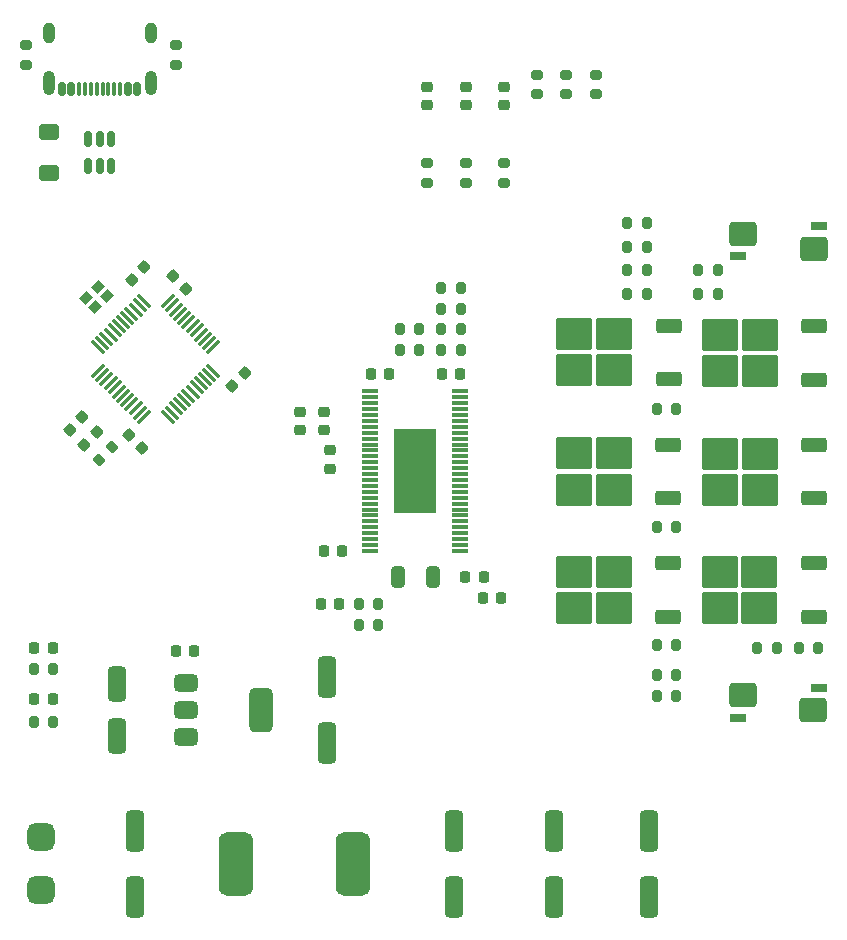
<source format=gtp>
%TF.GenerationSoftware,KiCad,Pcbnew,8.0.4-1.fc40*%
%TF.CreationDate,2024-07-29T21:14:52+02:00*%
%TF.ProjectId,TractionHub,54726163-7469-46f6-9e48-75622e6b6963,rev?*%
%TF.SameCoordinates,Original*%
%TF.FileFunction,Paste,Top*%
%TF.FilePolarity,Positive*%
%FSLAX46Y46*%
G04 Gerber Fmt 4.6, Leading zero omitted, Abs format (unit mm)*
G04 Created by KiCad (PCBNEW 8.0.4-1.fc40) date 2024-07-29 21:14:52*
%MOMM*%
%LPD*%
G01*
G04 APERTURE LIST*
G04 Aperture macros list*
%AMRoundRect*
0 Rectangle with rounded corners*
0 $1 Rounding radius*
0 $2 $3 $4 $5 $6 $7 $8 $9 X,Y pos of 4 corners*
0 Add a 4 corners polygon primitive as box body*
4,1,4,$2,$3,$4,$5,$6,$7,$8,$9,$2,$3,0*
0 Add four circle primitives for the rounded corners*
1,1,$1+$1,$2,$3*
1,1,$1+$1,$4,$5*
1,1,$1+$1,$6,$7*
1,1,$1+$1,$8,$9*
0 Add four rect primitives between the rounded corners*
20,1,$1+$1,$2,$3,$4,$5,0*
20,1,$1+$1,$4,$5,$6,$7,0*
20,1,$1+$1,$6,$7,$8,$9,0*
20,1,$1+$1,$8,$9,$2,$3,0*%
%AMRotRect*
0 Rectangle, with rotation*
0 The origin of the aperture is its center*
0 $1 length*
0 $2 width*
0 $3 Rotation angle, in degrees counterclockwise*
0 Add horizontal line*
21,1,$1,$2,0,0,$3*%
G04 Aperture macros list end*
%ADD10RotRect,0.900000X0.800000X45.000000*%
%ADD11RoundRect,0.075000X-0.521491X0.415425X0.415425X-0.521491X0.521491X-0.415425X-0.415425X0.521491X0*%
%ADD12RoundRect,0.075000X-0.521491X-0.415425X-0.415425X-0.521491X0.521491X0.415425X0.415425X0.521491X0*%
%ADD13RoundRect,0.400000X-0.400000X1.100000X-0.400000X-1.100000X0.400000X-1.100000X0.400000X1.100000X0*%
%ADD14RoundRect,0.250000X0.850000X0.350000X-0.850000X0.350000X-0.850000X-0.350000X0.850000X-0.350000X0*%
%ADD15RoundRect,0.250000X1.275000X1.125000X-1.275000X1.125000X-1.275000X-1.125000X1.275000X-1.125000X0*%
%ADD16R,1.475000X0.300000*%
%ADD17R,3.610000X7.110000*%
%ADD18RoundRect,0.225000X0.017678X-0.335876X0.335876X-0.017678X-0.017678X0.335876X-0.335876X0.017678X0*%
%ADD19RoundRect,0.200000X0.275000X-0.200000X0.275000X0.200000X-0.275000X0.200000X-0.275000X-0.200000X0*%
%ADD20RoundRect,0.400000X0.400000X-1.350000X0.400000X1.350000X-0.400000X1.350000X-0.400000X-1.350000X0*%
%ADD21RoundRect,0.225000X-0.017678X0.335876X-0.335876X0.017678X0.017678X-0.335876X0.335876X-0.017678X0*%
%ADD22RoundRect,0.200000X-0.200000X-0.275000X0.200000X-0.275000X0.200000X0.275000X-0.200000X0.275000X0*%
%ADD23RoundRect,0.225000X-0.225000X-0.250000X0.225000X-0.250000X0.225000X0.250000X-0.225000X0.250000X0*%
%ADD24RoundRect,0.725000X-0.725000X-1.975000X0.725000X-1.975000X0.725000X1.975000X-0.725000X1.975000X0*%
%ADD25RoundRect,0.200000X-0.275000X0.200000X-0.275000X-0.200000X0.275000X-0.200000X0.275000X0.200000X0*%
%ADD26RoundRect,0.218750X0.218750X0.256250X-0.218750X0.256250X-0.218750X-0.256250X0.218750X-0.256250X0*%
%ADD27RoundRect,0.225000X0.250000X-0.225000X0.250000X0.225000X-0.250000X0.225000X-0.250000X-0.225000X0*%
%ADD28RoundRect,0.250000X-0.325000X-0.650000X0.325000X-0.650000X0.325000X0.650000X-0.325000X0.650000X0*%
%ADD29RoundRect,0.243600X-0.901400X-0.771400X0.901400X-0.771400X0.901400X0.771400X-0.901400X0.771400X0*%
%ADD30RoundRect,0.091200X-0.608800X-0.288800X0.608800X-0.288800X0.608800X0.288800X-0.608800X0.288800X0*%
%ADD31RoundRect,0.190000X-0.510000X-0.190000X0.510000X-0.190000X0.510000X0.190000X-0.510000X0.190000X0*%
%ADD32RoundRect,0.225000X0.225000X0.250000X-0.225000X0.250000X-0.225000X-0.250000X0.225000X-0.250000X0*%
%ADD33RoundRect,0.225000X-0.335876X-0.017678X-0.017678X-0.335876X0.335876X0.017678X0.017678X0.335876X0*%
%ADD34RoundRect,0.200000X0.200000X0.275000X-0.200000X0.275000X-0.200000X-0.275000X0.200000X-0.275000X0*%
%ADD35RoundRect,0.575000X0.575000X-0.575000X0.575000X0.575000X-0.575000X0.575000X-0.575000X-0.575000X0*%
%ADD36RoundRect,0.218750X-0.218750X-0.256250X0.218750X-0.256250X0.218750X0.256250X-0.218750X0.256250X0*%
%ADD37RoundRect,0.200000X-0.053033X0.335876X-0.335876X0.053033X0.053033X-0.335876X0.335876X-0.053033X0*%
%ADD38RoundRect,0.375000X-0.625000X-0.375000X0.625000X-0.375000X0.625000X0.375000X-0.625000X0.375000X0*%
%ADD39RoundRect,0.500000X-0.500000X-1.400000X0.500000X-1.400000X0.500000X1.400000X-0.500000X1.400000X0*%
%ADD40RoundRect,0.150000X0.150000X0.425000X-0.150000X0.425000X-0.150000X-0.425000X0.150000X-0.425000X0*%
%ADD41RoundRect,0.075000X0.075000X0.500000X-0.075000X0.500000X-0.075000X-0.500000X0.075000X-0.500000X0*%
%ADD42O,1.000000X2.100000*%
%ADD43O,1.000000X1.800000*%
%ADD44RoundRect,0.150000X0.150000X-0.512500X0.150000X0.512500X-0.150000X0.512500X-0.150000X-0.512500X0*%
%ADD45RoundRect,0.400000X-0.400000X1.350000X-0.400000X-1.350000X0.400000X-1.350000X0.400000X1.350000X0*%
%ADD46RoundRect,0.225000X0.335876X0.017678X0.017678X0.335876X-0.335876X-0.017678X-0.017678X-0.335876X0*%
%ADD47RoundRect,0.250000X0.600000X-0.400000X0.600000X0.400000X-0.600000X0.400000X-0.600000X-0.400000X0*%
G04 APERTURE END LIST*
D10*
X149143934Y-82883883D03*
X150133883Y-81893934D03*
X149356066Y-81116117D03*
X148366117Y-82106066D03*
D11*
X153251212Y-82362124D03*
X152897658Y-82715678D03*
X152544105Y-83069231D03*
X152190551Y-83422785D03*
X151836998Y-83776338D03*
X151483445Y-84129891D03*
X151129891Y-84483445D03*
X150776338Y-84836998D03*
X150422785Y-85190551D03*
X150069231Y-85544105D03*
X149715678Y-85897658D03*
X149362124Y-86251212D03*
D12*
X149362124Y-88248788D03*
X149715678Y-88602342D03*
X150069231Y-88955895D03*
X150422785Y-89309449D03*
X150776338Y-89663002D03*
X151129891Y-90016555D03*
X151483445Y-90370109D03*
X151836998Y-90723662D03*
X152190551Y-91077215D03*
X152544105Y-91430769D03*
X152897658Y-91784322D03*
X153251212Y-92137876D03*
D11*
X155248788Y-92137876D03*
X155602342Y-91784322D03*
X155955895Y-91430769D03*
X156309449Y-91077215D03*
X156663002Y-90723662D03*
X157016555Y-90370109D03*
X157370109Y-90016555D03*
X157723662Y-89663002D03*
X158077215Y-89309449D03*
X158430769Y-88955895D03*
X158784322Y-88602342D03*
X159137876Y-88248788D03*
D12*
X159137876Y-86251212D03*
X158784322Y-85897658D03*
X158430769Y-85544105D03*
X158077215Y-85190551D03*
X157723662Y-84836998D03*
X157370109Y-84483445D03*
X157016555Y-84129891D03*
X156663002Y-83776338D03*
X156309449Y-83422785D03*
X155955895Y-83069231D03*
X155602342Y-82715678D03*
X155248788Y-82362124D03*
D13*
X151000000Y-114800000D03*
X151000000Y-119200000D03*
D14*
X197667835Y-88979565D03*
D15*
X193042835Y-88224565D03*
X193042835Y-85174565D03*
X189692835Y-88224565D03*
X189692835Y-85174565D03*
D14*
X197667835Y-84419565D03*
D16*
X172424000Y-90000000D03*
X172424000Y-90500000D03*
X172424000Y-91000000D03*
X172424000Y-91500000D03*
X172424000Y-92000000D03*
X172424000Y-92500000D03*
X172424000Y-93000000D03*
X172424000Y-93500000D03*
X172424000Y-94000000D03*
X172424000Y-94500000D03*
X172424000Y-95000000D03*
X172424000Y-95500000D03*
X172424000Y-96000000D03*
X172424000Y-96500000D03*
X172424000Y-97000000D03*
X172424000Y-97500000D03*
X172424000Y-98000000D03*
X172424000Y-98500000D03*
X172424000Y-99000000D03*
X172424000Y-99500000D03*
X172424000Y-100000000D03*
X172424000Y-100500000D03*
X172424000Y-101000000D03*
X172424000Y-101500000D03*
X172424000Y-102000000D03*
X172424000Y-102500000D03*
X172424000Y-103000000D03*
X172424000Y-103500000D03*
X180000000Y-103500000D03*
X180000000Y-103000000D03*
X180000000Y-102500000D03*
X180000000Y-102000000D03*
X180000000Y-101500000D03*
X180000000Y-101000000D03*
X180000000Y-100500000D03*
X180000000Y-100000000D03*
X180000000Y-99500000D03*
X180000000Y-99000000D03*
X180000000Y-98500000D03*
X180000000Y-98000000D03*
X180000000Y-97500000D03*
X180000000Y-97000000D03*
X180000000Y-96500000D03*
X180000000Y-96000000D03*
X180000000Y-95500000D03*
X180000000Y-95000000D03*
X180000000Y-94500000D03*
X180000000Y-94000000D03*
X180000000Y-93500000D03*
X180000000Y-93000000D03*
X180000000Y-92500000D03*
X180000000Y-92000000D03*
X180000000Y-91500000D03*
X180000000Y-91000000D03*
X180000000Y-90500000D03*
X180000000Y-90000000D03*
D17*
X176212000Y-96750000D03*
D18*
X152201992Y-80548008D03*
X153298008Y-79451992D03*
D19*
X189000000Y-64825000D03*
X189000000Y-63175000D03*
D20*
X196000000Y-127200000D03*
X196000000Y-132800000D03*
D21*
X161798008Y-88451992D03*
X160701992Y-89548008D03*
D22*
X143925000Y-113500000D03*
X145575000Y-113500000D03*
D23*
X172475000Y-88500000D03*
X174025000Y-88500000D03*
D22*
X178425000Y-84750000D03*
X180075000Y-84750000D03*
D24*
X161050000Y-130000000D03*
X170950000Y-130000000D03*
D25*
X180500000Y-70675000D03*
X180500000Y-72325000D03*
D26*
X145537500Y-116000000D03*
X143962500Y-116000000D03*
D27*
X169000000Y-96525000D03*
X169000000Y-94975000D03*
D21*
X148048008Y-92201992D03*
X146951992Y-93298008D03*
D27*
X183750000Y-65775000D03*
X183750000Y-64225000D03*
D28*
X174775000Y-105750000D03*
X177725000Y-105750000D03*
D14*
X209959453Y-109058713D03*
D15*
X205334453Y-108303713D03*
X205334453Y-105253713D03*
X201984453Y-108303713D03*
X201984453Y-105253713D03*
D14*
X209959453Y-104498713D03*
D27*
X166500000Y-93275000D03*
X166500000Y-91725000D03*
D29*
X204009844Y-76669492D03*
D30*
X203564844Y-78574492D03*
D31*
X210424844Y-76034492D03*
D29*
X209979844Y-77939492D03*
D32*
X183525000Y-107500000D03*
X181975000Y-107500000D03*
D33*
X155701992Y-80201992D03*
X156798008Y-81298008D03*
D14*
X197634963Y-109092505D03*
D15*
X193009963Y-108337505D03*
X193009963Y-105287505D03*
X189659963Y-108337505D03*
X189659963Y-105287505D03*
D14*
X197634963Y-104532505D03*
D22*
X196675000Y-101500000D03*
X198325000Y-101500000D03*
X196675000Y-114000000D03*
X198325000Y-114000000D03*
D34*
X201825000Y-79750000D03*
X200175000Y-79750000D03*
D32*
X170025000Y-103500000D03*
X168475000Y-103500000D03*
D22*
X178425000Y-81250000D03*
X180075000Y-81250000D03*
X174925000Y-86500000D03*
X176575000Y-86500000D03*
D27*
X177250000Y-65775000D03*
X177250000Y-64225000D03*
D22*
X174925000Y-84750000D03*
X176575000Y-84750000D03*
X194175000Y-75750000D03*
X195825000Y-75750000D03*
D35*
X144500000Y-132250000D03*
X144500000Y-127750000D03*
D23*
X180475000Y-105750000D03*
X182025000Y-105750000D03*
D21*
X149298008Y-93451992D03*
X148201992Y-94548008D03*
D19*
X186500000Y-64825000D03*
X186500000Y-63175000D03*
D25*
X143250000Y-60675000D03*
X143250000Y-62325000D03*
D14*
X210000000Y-99060000D03*
D15*
X205375000Y-98305000D03*
X205375000Y-95255000D03*
X202025000Y-98305000D03*
X202025000Y-95255000D03*
D14*
X210000000Y-94500000D03*
D20*
X152500000Y-127200000D03*
X152500000Y-132800000D03*
D25*
X156000000Y-60675000D03*
X156000000Y-62325000D03*
D22*
X194175000Y-81750000D03*
X195825000Y-81750000D03*
D36*
X143962500Y-111750000D03*
X145537500Y-111750000D03*
D22*
X171425000Y-108000000D03*
X173075000Y-108000000D03*
X194175000Y-79750000D03*
X195825000Y-79750000D03*
X194175000Y-77750000D03*
X195825000Y-77750000D03*
D37*
X150583363Y-94666637D03*
X149416637Y-95833363D03*
D25*
X183750000Y-70675000D03*
X183750000Y-72325000D03*
D29*
X203968905Y-115734576D03*
D30*
X203523905Y-117639576D03*
D31*
X210383905Y-115099576D03*
D29*
X209938905Y-117004576D03*
D27*
X168500000Y-93275000D03*
X168500000Y-91725000D03*
D25*
X177250000Y-70675000D03*
X177250000Y-72325000D03*
D23*
X155975000Y-112000000D03*
X157525000Y-112000000D03*
D20*
X179500000Y-127200000D03*
X179500000Y-132800000D03*
D38*
X156850000Y-114700000D03*
X156850000Y-117000000D03*
D39*
X163150000Y-117000000D03*
D38*
X156850000Y-119300000D03*
D34*
X145575000Y-118000000D03*
X143925000Y-118000000D03*
D14*
X210000000Y-89000000D03*
D15*
X205375000Y-88245000D03*
X205375000Y-85195000D03*
X202025000Y-88245000D03*
X202025000Y-85195000D03*
D14*
X210000000Y-84440000D03*
D32*
X169775000Y-108000000D03*
X168225000Y-108000000D03*
D40*
X152700000Y-64430000D03*
X151900000Y-64430000D03*
D41*
X150750000Y-64430000D03*
X149750000Y-64430000D03*
X149250000Y-64430000D03*
X148250000Y-64430000D03*
D40*
X147100000Y-64430000D03*
X146300000Y-64430000D03*
X146300000Y-64430000D03*
X147100000Y-64430000D03*
D41*
X147750000Y-64430000D03*
X148750000Y-64430000D03*
X150250000Y-64430000D03*
X151250000Y-64430000D03*
D40*
X151900000Y-64430000D03*
X152700000Y-64430000D03*
D42*
X153820000Y-63855000D03*
D43*
X153820000Y-59675000D03*
D42*
X145180000Y-63855000D03*
D43*
X145180000Y-59675000D03*
D22*
X178425000Y-86500000D03*
X180075000Y-86500000D03*
D44*
X148550000Y-70887500D03*
X149500000Y-70887500D03*
X150450000Y-70887500D03*
X150450000Y-68612500D03*
X149500000Y-68612500D03*
X148550000Y-68612500D03*
D45*
X168750000Y-119800000D03*
X168750000Y-114200000D03*
D19*
X191500000Y-64825000D03*
X191500000Y-63175000D03*
D34*
X201825000Y-81750000D03*
X200175000Y-81750000D03*
D14*
X197634975Y-99057715D03*
D15*
X193009975Y-98302715D03*
X193009975Y-95252715D03*
X189659975Y-98302715D03*
X189659975Y-95252715D03*
D14*
X197634975Y-94497715D03*
D46*
X153048008Y-94798008D03*
X151951992Y-93701992D03*
D27*
X180500000Y-65775000D03*
X180500000Y-64225000D03*
D22*
X196675000Y-115750000D03*
X198325000Y-115750000D03*
X196675000Y-111500000D03*
X198325000Y-111500000D03*
X205175000Y-111750000D03*
X206825000Y-111750000D03*
D34*
X210325000Y-111750000D03*
X208675000Y-111750000D03*
D20*
X188000000Y-127200000D03*
X188000000Y-132800000D03*
D22*
X178425000Y-83000000D03*
X180075000Y-83000000D03*
D34*
X173075000Y-109750000D03*
X171425000Y-109750000D03*
D47*
X145250000Y-71500000D03*
X145250000Y-68000000D03*
D22*
X196675000Y-91500000D03*
X198325000Y-91500000D03*
D23*
X178475000Y-88500000D03*
X180025000Y-88500000D03*
M02*

</source>
